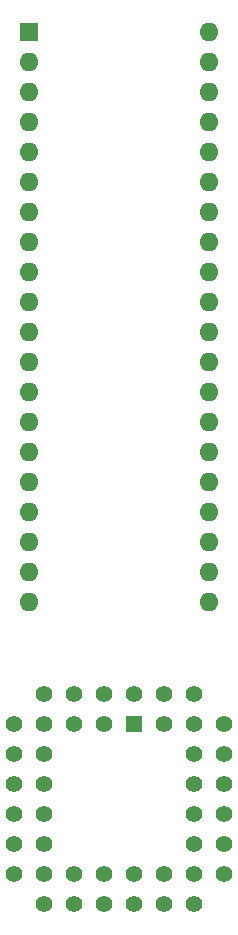
<source format=gbr>
%TF.GenerationSoftware,KiCad,Pcbnew,(5.1.7)-1*%
%TF.CreationDate,2020-11-01T14:15:20+00:00*%
%TF.ProjectId,PLCC44-EPROM-Adapter,504c4343-3434-42d4-9550-524f4d2d4164,rev?*%
%TF.SameCoordinates,Original*%
%TF.FileFunction,Soldermask,Top*%
%TF.FilePolarity,Negative*%
%FSLAX46Y46*%
G04 Gerber Fmt 4.6, Leading zero omitted, Abs format (unit mm)*
G04 Created by KiCad (PCBNEW (5.1.7)-1) date 2020-11-01 14:15:20*
%MOMM*%
%LPD*%
G01*
G04 APERTURE LIST*
%ADD10O,1.600000X1.600000*%
%ADD11R,1.600000X1.600000*%
%ADD12C,1.422400*%
%ADD13R,1.422400X1.422400*%
G04 APERTURE END LIST*
D10*
%TO.C,U2*%
X100194000Y-81692500D03*
X84954000Y-129952500D03*
X100194000Y-84232500D03*
X84954000Y-127412500D03*
X100194000Y-86772500D03*
X84954000Y-124872500D03*
X100194000Y-89312500D03*
X84954000Y-122332500D03*
X100194000Y-91852500D03*
X84954000Y-119792500D03*
X100194000Y-94392500D03*
X84954000Y-117252500D03*
X100194000Y-96932500D03*
X84954000Y-114712500D03*
X100194000Y-99472500D03*
X84954000Y-112172500D03*
X100194000Y-102012500D03*
X84954000Y-109632500D03*
X100194000Y-104552500D03*
X84954000Y-107092500D03*
X100194000Y-107092500D03*
X84954000Y-104552500D03*
X100194000Y-109632500D03*
X84954000Y-102012500D03*
X100194000Y-112172500D03*
X84954000Y-99472500D03*
X100194000Y-114712500D03*
X84954000Y-96932500D03*
X100194000Y-117252500D03*
X84954000Y-94392500D03*
X100194000Y-119792500D03*
X84954000Y-91852500D03*
X100194000Y-122332500D03*
X84954000Y-89312500D03*
X100194000Y-124872500D03*
X84954000Y-86772500D03*
X100194000Y-127412500D03*
X84954000Y-84232500D03*
X100194000Y-129952500D03*
D11*
X84954000Y-81692500D03*
%TD*%
D12*
%TO.C,U1*%
X101473000Y-140335000D03*
X101473000Y-142875000D03*
X101473000Y-145415000D03*
X101473000Y-147955000D03*
X101473000Y-150495000D03*
X98933000Y-137795000D03*
X98933000Y-142875000D03*
X98933000Y-145415000D03*
X98933000Y-147955000D03*
X98933000Y-150495000D03*
X98933000Y-153035000D03*
X98933000Y-155575000D03*
X96393000Y-155575000D03*
X93853000Y-155575000D03*
X91313000Y-155575000D03*
X88773000Y-155575000D03*
X86233000Y-155575000D03*
X101473000Y-153035000D03*
X96393000Y-153035000D03*
X93853000Y-153035000D03*
X91313000Y-153035000D03*
X88773000Y-153035000D03*
X86233000Y-153035000D03*
X83693000Y-153035000D03*
X83693000Y-150495000D03*
X83693000Y-147955000D03*
X83693000Y-145415000D03*
X83693000Y-142875000D03*
X83693000Y-140335000D03*
X86233000Y-150495000D03*
X86233000Y-147955000D03*
X86233000Y-145415000D03*
X86233000Y-142875000D03*
X86233000Y-140335000D03*
X96393000Y-137795000D03*
X93853000Y-137795000D03*
X86233000Y-137795000D03*
X88773000Y-137795000D03*
X91313000Y-137795000D03*
X98933000Y-140335000D03*
X96393000Y-140335000D03*
X88773000Y-140335000D03*
X91313000Y-140335000D03*
D13*
X93853000Y-140335000D03*
%TD*%
M02*

</source>
